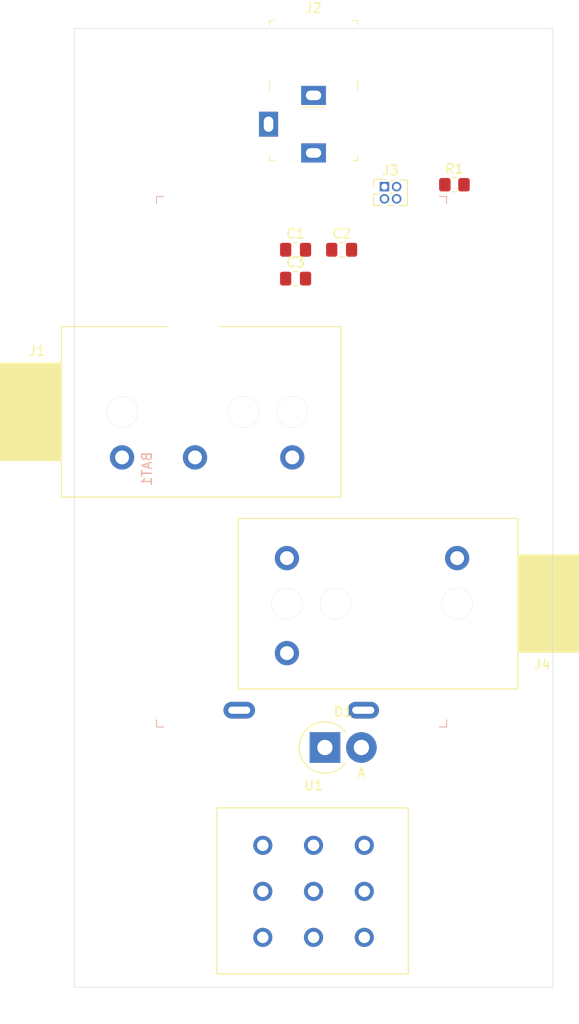
<source format=kicad_pcb>
(kicad_pcb (version 20171130) (host pcbnew 5.1.9)

  (general
    (thickness 1.6)
    (drawings 4)
    (tracks 0)
    (zones 0)
    (modules 11)
    (nets 11)
  )

  (page A4)
  (layers
    (0 F.Cu signal)
    (31 B.Cu signal)
    (32 B.Adhes user)
    (33 F.Adhes user)
    (34 B.Paste user)
    (35 F.Paste user)
    (36 B.SilkS user)
    (37 F.SilkS user)
    (38 B.Mask user)
    (39 F.Mask user)
    (40 Dwgs.User user)
    (41 Cmts.User user)
    (42 Eco1.User user)
    (43 Eco2.User user)
    (44 Edge.Cuts user)
    (45 Margin user)
    (46 B.CrtYd user)
    (47 F.CrtYd user)
    (48 B.Fab user)
    (49 F.Fab user)
  )

  (setup
    (last_trace_width 0.25)
    (trace_clearance 0.2)
    (zone_clearance 0.508)
    (zone_45_only no)
    (trace_min 0.2)
    (via_size 0.8)
    (via_drill 0.4)
    (via_min_size 0.4)
    (via_min_drill 0.3)
    (uvia_size 0.3)
    (uvia_drill 0.1)
    (uvias_allowed no)
    (uvia_min_size 0.2)
    (uvia_min_drill 0.1)
    (edge_width 0.05)
    (segment_width 0.2)
    (pcb_text_width 0.3)
    (pcb_text_size 1.5 1.5)
    (mod_edge_width 0.12)
    (mod_text_size 1 1)
    (mod_text_width 0.15)
    (pad_size 1.524 1.524)
    (pad_drill 0.762)
    (pad_to_mask_clearance 0)
    (aux_axis_origin 0 0)
    (visible_elements FFFFFF7F)
    (pcbplotparams
      (layerselection 0x010fc_ffffffff)
      (usegerberextensions false)
      (usegerberattributes true)
      (usegerberadvancedattributes true)
      (creategerberjobfile true)
      (excludeedgelayer true)
      (linewidth 0.100000)
      (plotframeref false)
      (viasonmask false)
      (mode 1)
      (useauxorigin false)
      (hpglpennumber 1)
      (hpglpenspeed 20)
      (hpglpendiameter 15.000000)
      (psnegative false)
      (psa4output false)
      (plotreference true)
      (plotvalue true)
      (plotinvisibletext false)
      (padsonsilk false)
      (subtractmaskfromsilk false)
      (outputformat 1)
      (mirror false)
      (drillshape 1)
      (scaleselection 1)
      (outputdirectory ""))
  )

  (net 0 "")
  (net 1 GND)
  (net 2 +9V)
  (net 3 "Net-(D1-Pad2)")
  (net 4 "Net-(D1-Pad1)")
  (net 5 /SIG_IN)
  (net 6 "Net-(U1-Pad3)")
  (net 7 "Net-(BAT1-PadPOS)")
  (net 8 "Net-(BAT1-PadNEG)")
  (net 9 /EFFECT_OUT)
  (net 10 /SIG_OUT)

  (net_class Default "This is the default net class."
    (clearance 0.2)
    (trace_width 0.25)
    (via_dia 0.8)
    (via_drill 0.4)
    (uvia_dia 0.3)
    (uvia_drill 0.1)
    (add_net +9V)
    (add_net /EFFECT_OUT)
    (add_net /SIG_IN)
    (add_net /SIG_OUT)
    (add_net GND)
    (add_net "Net-(BAT1-PadNEG)")
    (add_net "Net-(BAT1-PadPOS)")
    (add_net "Net-(D1-Pad1)")
    (add_net "Net-(D1-Pad2)")
    (add_net "Net-(U1-Pad3)")
  )

  (module screaming-panda:SW_PUSH_E-Switch_FS57003PLT_3PDT (layer F.Cu) (tedit 600A5989) (tstamp 600AD551)
    (at 75 140)
    (path /60050042)
    (fp_text reference U1 (at 0 -11.049) (layer F.SilkS)
      (effects (font (size 1 1) (thickness 0.15)))
    )
    (fp_text value FS57003PLT2B2M2QE (at 0.5 13) (layer F.Fab)
      (effects (font (size 1 1) (thickness 0.15)))
    )
    (fp_line (start 9.9 -8.7) (end -10.1 -8.7) (layer F.SilkS) (width 0.12))
    (fp_line (start -10.1 -8.7) (end -10.1 8.6) (layer F.SilkS) (width 0.12))
    (fp_line (start 9.9 8.6) (end 9.9 -8.7) (layer F.SilkS) (width 0.12))
    (fp_line (start 9.9 8.6) (end -10.1 8.6) (layer F.SilkS) (width 0.12))
    (pad 7 thru_hole circle (at 5.3 4.8) (size 2 2) (drill 1.2) (layers *.Cu *.Mask)
      (net 9 /EFFECT_OUT))
    (pad 9 thru_hole circle (at 5.3 -4.8) (size 2 2) (drill 1.2) (layers *.Cu *.Mask)
      (net 5 /SIG_IN))
    (pad 8 thru_hole circle (at 5.3 0) (size 2 2) (drill 1.2) (layers *.Cu *.Mask)
      (net 10 /SIG_OUT))
    (pad 1 thru_hole circle (at -5.3 4.8) (size 2 2) (drill 1.2) (layers *.Cu *.Mask)
      (net 4 "Net-(D1-Pad1)"))
    (pad 3 thru_hole circle (at -5.3 -4.8) (size 2 2) (drill 1.2) (layers *.Cu *.Mask)
      (net 6 "Net-(U1-Pad3)"))
    (pad 2 thru_hole circle (at -5.3 0) (size 2 2) (drill 1.2) (layers *.Cu *.Mask)
      (net 1 GND))
    (pad 4 thru_hole circle (at 0 4.8006) (size 2 2) (drill 1.1938) (layers *.Cu *.Mask)
      (net 5 /SIG_IN))
    (pad 5 thru_hole circle (at 0 0) (size 2 2) (drill 1.1938) (layers *.Cu *.Mask)
      (net 5 /SIG_IN))
    (pad 6 thru_hole circle (at 0 -4.8006) (size 2 2) (drill 1.2) (layers *.Cu *.Mask)
      (net 6 "Net-(U1-Pad3)"))
    (model /home/john/dox/cad/screaming-panda/mcad/step_imports/FS57003PLT2B2M2QE.step
      (at (xyz 0 0 0))
      (scale (xyz 1 1 1))
      (rotate (xyz 0 0 0))
    )
  )

  (module Resistor_SMD:R_0805_2012Metric_Pad1.20x1.40mm_HandSolder (layer F.Cu) (tedit 5F68FEEE) (tstamp 600ACE2D)
    (at 89.715 66.315)
    (descr "Resistor SMD 0805 (2012 Metric), square (rectangular) end terminal, IPC_7351 nominal with elongated pad for handsoldering. (Body size source: IPC-SM-782 page 72, https://www.pcb-3d.com/wordpress/wp-content/uploads/ipc-sm-782a_amendment_1_and_2.pdf), generated with kicad-footprint-generator")
    (tags "resistor handsolder")
    (path /60060421)
    (attr smd)
    (fp_text reference R1 (at 0 -1.65) (layer F.SilkS)
      (effects (font (size 1 1) (thickness 0.15)))
    )
    (fp_text value 1k (at 0 1.65) (layer F.Fab)
      (effects (font (size 1 1) (thickness 0.15)))
    )
    (fp_text user %R (at 0 0) (layer F.Fab)
      (effects (font (size 0.5 0.5) (thickness 0.08)))
    )
    (fp_line (start -1 0.625) (end -1 -0.625) (layer F.Fab) (width 0.1))
    (fp_line (start -1 -0.625) (end 1 -0.625) (layer F.Fab) (width 0.1))
    (fp_line (start 1 -0.625) (end 1 0.625) (layer F.Fab) (width 0.1))
    (fp_line (start 1 0.625) (end -1 0.625) (layer F.Fab) (width 0.1))
    (fp_line (start -0.227064 -0.735) (end 0.227064 -0.735) (layer F.SilkS) (width 0.12))
    (fp_line (start -0.227064 0.735) (end 0.227064 0.735) (layer F.SilkS) (width 0.12))
    (fp_line (start -1.85 0.95) (end -1.85 -0.95) (layer F.CrtYd) (width 0.05))
    (fp_line (start -1.85 -0.95) (end 1.85 -0.95) (layer F.CrtYd) (width 0.05))
    (fp_line (start 1.85 -0.95) (end 1.85 0.95) (layer F.CrtYd) (width 0.05))
    (fp_line (start 1.85 0.95) (end -1.85 0.95) (layer F.CrtYd) (width 0.05))
    (pad 2 smd roundrect (at 1 0) (size 1.2 1.4) (layers F.Cu F.Paste F.Mask) (roundrect_rratio 0.208333)
      (net 3 "Net-(D1-Pad2)"))
    (pad 1 smd roundrect (at -1 0) (size 1.2 1.4) (layers F.Cu F.Paste F.Mask) (roundrect_rratio 0.208333)
      (net 2 +9V))
    (model ${KISYS3DMOD}/Resistor_SMD.3dshapes/R_0805_2012Metric.wrl
      (at (xyz 0 0 0))
      (scale (xyz 1 1 1))
      (rotate (xyz 0 0 0))
    )
  )

  (module screaming-panda:Switchcraft_SN37A12A (layer F.Cu) (tedit 600A4FE5) (tstamp 600AD051)
    (at 90 110)
    (descr "1/4\" Audio Jack")
    (path /600C0EC5)
    (fp_text reference J4 (at 8.89 6.35) (layer F.SilkS)
      (effects (font (size 1 1) (thickness 0.15)))
    )
    (fp_text value SN37A12A (at -2.54 7.62) (layer F.Fab)
      (effects (font (size 1 1) (thickness 0.15)))
    )
    (fp_poly (pts (xy 12.7 5.08) (xy 6.35 5.08) (xy 6.35 -5.08) (xy 12.7 -5.08)) (layer F.SilkS) (width 0.1))
    (fp_line (start -22.86 -8.89) (end -22.86 -7.62) (layer F.SilkS) (width 0.12))
    (fp_line (start 6.35 -8.89) (end 6.35 -7.62) (layer F.SilkS) (width 0.12))
    (fp_line (start -22.86 8.89) (end -21.59 8.89) (layer F.SilkS) (width 0.12))
    (fp_line (start -22.86 -7.62) (end -22.86 8.89) (layer F.SilkS) (width 0.12))
    (fp_line (start -21.59 -8.89) (end -22.86 -8.89) (layer F.SilkS) (width 0.12))
    (fp_line (start -21.59 8.89) (end 6.35 8.89) (layer F.SilkS) (width 0.12))
    (fp_line (start 6.35 -8.89) (end -21.59 -8.89) (layer F.SilkS) (width 0.12))
    (fp_line (start 6.35 -7.62) (end 6.35 8.89) (layer F.SilkS) (width 0.12))
    (pad "" thru_hole circle (at 0 0) (size 3.2512 3.2512) (drill 3.2512) (layers *.Cu *.Mask))
    (pad "" thru_hole circle (at -12.7 0) (size 3.2512 3.2512) (drill 3.2512) (layers *.Cu *.Mask))
    (pad "" thru_hole circle (at -17.78 0) (size 3.2512 3.2512) (drill 3.2512) (layers *.Cu *.Mask))
    (pad S thru_hole circle (at 0 -4.7498) (size 2.54 2.54) (drill 1.4478) (layers *.Cu *.Mask)
      (net 1 GND))
    (pad T thru_hole circle (at -17.78 -4.7498) (size 2.54 2.54) (drill 1.4478) (layers *.Cu *.Mask)
      (net 10 /SIG_OUT))
    (pad TB thru_hole circle (at -17.78 5.1562) (size 2.54 2.54) (drill 1.4478) (layers *.Cu *.Mask)
      (net 1 GND))
    (model /home/john/dox/cad/screaming-panda/mcad/step_imports/SN37A12A_FreeState.step
      (offset (xyz 5.2832 0 8.890000000000001))
      (scale (xyz 1 1 1))
      (rotate (xyz -90 0 0))
    )
  )

  (module Connector_PinHeader_1.27mm:PinHeader_2x02_P1.27mm_Vertical (layer F.Cu) (tedit 59FED6E3) (tstamp 600AD253)
    (at 82.405 66.515)
    (descr "Through hole straight pin header, 2x02, 1.27mm pitch, double rows")
    (tags "Through hole pin header THT 2x02 1.27mm double row")
    (path /6005B68B)
    (fp_text reference J3 (at 0.635 -1.695) (layer F.SilkS)
      (effects (font (size 1 1) (thickness 0.15)))
    )
    (fp_text value toEffectsBoard (at 0.635 2.965) (layer F.Fab)
      (effects (font (size 1 1) (thickness 0.15)))
    )
    (fp_text user %R (at 0.635 0.635 90) (layer F.Fab)
      (effects (font (size 1 1) (thickness 0.15)))
    )
    (fp_line (start -0.2175 -0.635) (end 2.34 -0.635) (layer F.Fab) (width 0.1))
    (fp_line (start 2.34 -0.635) (end 2.34 1.905) (layer F.Fab) (width 0.1))
    (fp_line (start 2.34 1.905) (end -1.07 1.905) (layer F.Fab) (width 0.1))
    (fp_line (start -1.07 1.905) (end -1.07 0.2175) (layer F.Fab) (width 0.1))
    (fp_line (start -1.07 0.2175) (end -0.2175 -0.635) (layer F.Fab) (width 0.1))
    (fp_line (start -1.13 1.965) (end -0.30753 1.965) (layer F.SilkS) (width 0.12))
    (fp_line (start 1.57753 1.965) (end 2.4 1.965) (layer F.SilkS) (width 0.12))
    (fp_line (start 0.30753 1.965) (end 0.96247 1.965) (layer F.SilkS) (width 0.12))
    (fp_line (start -1.13 0.76) (end -1.13 1.965) (layer F.SilkS) (width 0.12))
    (fp_line (start 2.4 -0.695) (end 2.4 1.965) (layer F.SilkS) (width 0.12))
    (fp_line (start -1.13 0.76) (end -0.563471 0.76) (layer F.SilkS) (width 0.12))
    (fp_line (start 0.563471 0.76) (end 0.706529 0.76) (layer F.SilkS) (width 0.12))
    (fp_line (start 0.76 0.706529) (end 0.76 0.563471) (layer F.SilkS) (width 0.12))
    (fp_line (start 0.76 -0.563471) (end 0.76 -0.695) (layer F.SilkS) (width 0.12))
    (fp_line (start 0.76 -0.695) (end 0.96247 -0.695) (layer F.SilkS) (width 0.12))
    (fp_line (start 1.57753 -0.695) (end 2.4 -0.695) (layer F.SilkS) (width 0.12))
    (fp_line (start -1.13 0) (end -1.13 -0.76) (layer F.SilkS) (width 0.12))
    (fp_line (start -1.13 -0.76) (end 0 -0.76) (layer F.SilkS) (width 0.12))
    (fp_line (start -1.6 -1.15) (end -1.6 2.45) (layer F.CrtYd) (width 0.05))
    (fp_line (start -1.6 2.45) (end 2.85 2.45) (layer F.CrtYd) (width 0.05))
    (fp_line (start 2.85 2.45) (end 2.85 -1.15) (layer F.CrtYd) (width 0.05))
    (fp_line (start 2.85 -1.15) (end -1.6 -1.15) (layer F.CrtYd) (width 0.05))
    (pad 4 thru_hole oval (at 1.27 1.27) (size 1 1) (drill 0.65) (layers *.Cu *.Mask)
      (net 9 /EFFECT_OUT))
    (pad 3 thru_hole oval (at 0 1.27) (size 1 1) (drill 0.65) (layers *.Cu *.Mask)
      (net 1 GND))
    (pad 2 thru_hole oval (at 1.27 0) (size 1 1) (drill 0.65) (layers *.Cu *.Mask)
      (net 5 /SIG_IN))
    (pad 1 thru_hole rect (at 0 0) (size 1 1) (drill 0.65) (layers *.Cu *.Mask)
      (net 2 +9V))
    (model ${KISYS3DMOD}/Connector_PinHeader_1.27mm.3dshapes/PinHeader_2x02_P1.27mm_Vertical.wrl
      (at (xyz 0 0 0))
      (scale (xyz 1 1 1))
      (rotate (xyz 0 0 0))
    )
  )

  (module DigiKey:Barrel_Jack_5.5mmODx2.1mmID_PJ-102A (layer F.Cu) (tedit 5CAD146F) (tstamp 600ACDEA)
    (at 75 60)
    (path /6004D058)
    (fp_text reference J2 (at 0 -12.1) (layer F.SilkS)
      (effects (font (size 1 1) (thickness 0.15)))
    )
    (fp_text value PJ-102A (at 0 5.8) (layer F.Fab)
      (effects (font (size 1 1) (thickness 0.15)))
    )
    (fp_line (start -5.9 4.25) (end 4.8 4.25) (layer F.CrtYd) (width 0.05))
    (fp_line (start 4.8 -10.95) (end 4.8 4.25) (layer F.CrtYd) (width 0.05))
    (fp_line (start -5.9 -10.95) (end -5.9 4.25) (layer F.CrtYd) (width 0.05))
    (fp_line (start -5.9 -10.95) (end 4.8 -10.95) (layer F.CrtYd) (width 0.05))
    (fp_line (start 4.6 -3.5) (end 4.6 -4.5) (layer F.SilkS) (width 0.1))
    (fp_line (start -4.6 -3.5) (end -4.6 -4.5) (layer F.SilkS) (width 0.1))
    (fp_line (start 4.6 -10.8) (end 4.6 -10.3) (layer F.SilkS) (width 0.1))
    (fp_line (start 4.6 -10.8) (end 4.1 -10.8) (layer F.SilkS) (width 0.1))
    (fp_line (start -4.6 -10.8) (end -4.1 -10.8) (layer F.SilkS) (width 0.1))
    (fp_line (start -4.6 -10.8) (end -4.6 -10.3) (layer F.SilkS) (width 0.1))
    (fp_line (start -1.2 -1.8) (end 1.2 -1.8) (layer F.SilkS) (width 0.1))
    (fp_line (start -4.6 3.8) (end -4.6 3.3) (layer F.SilkS) (width 0.1))
    (fp_line (start -4.6 3.8) (end -4.1 3.8) (layer F.SilkS) (width 0.1))
    (fp_line (start 4.6 3.8) (end 4.6 3.3) (layer F.SilkS) (width 0.1))
    (fp_line (start 4.6 3.8) (end 4.1 3.8) (layer F.SilkS) (width 0.1))
    (fp_line (start -4.5 -10.7) (end 4.5 -10.7) (layer F.Fab) (width 0.1))
    (fp_line (start 4.5 3.7) (end 4.5 -10.7) (layer F.Fab) (width 0.1))
    (fp_line (start -4.5 3.7) (end -4.5 -10.7) (layer F.Fab) (width 0.1))
    (fp_line (start -4.5 3.7) (end 4.5 3.7) (layer F.Fab) (width 0.1))
    (pad 2 thru_hole rect (at 0 -3) (size 2.6 2) (drill oval 1.6 1) (layers *.Cu *.Mask)
      (net 2 +9V))
    (pad 1 thru_hole rect (at 0 3) (size 2.6 2) (drill oval 1.6 1) (layers *.Cu *.Mask)
      (net 1 GND))
    (pad 3 thru_hole rect (at -4.7 0) (size 2 2.6) (drill oval 1 1.6) (layers *.Cu *.Mask)
      (net 7 "Net-(BAT1-PadPOS)"))
  )

  (module screaming-panda:Switchcraft_SN37A12B (layer F.Cu) (tedit 600A5C40) (tstamp 600ACDD0)
    (at 55 90 180)
    (descr "1/4\" Audio Jack")
    (path /600A9C33)
    (fp_text reference J1 (at 8.89 6.35 180) (layer F.SilkS)
      (effects (font (size 1 1) (thickness 0.15)))
    )
    (fp_text value SN37A12B (at -2.54 7.62) (layer F.Fab)
      (effects (font (size 1 1) (thickness 0.15)))
    )
    (fp_poly (pts (xy 12.7 5.08) (xy 6.35 5.08) (xy 6.35 -5.08) (xy 12.7 -5.08)) (layer F.SilkS) (width 0.1))
    (fp_line (start -22.86 -8.89) (end -22.86 -7.62) (layer F.SilkS) (width 0.12))
    (fp_line (start 6.35 -8.89) (end 6.35 -7.62) (layer F.SilkS) (width 0.12))
    (fp_line (start -22.86 8.89) (end -21.59 8.89) (layer F.SilkS) (width 0.12))
    (fp_line (start -22.86 -7.62) (end -22.86 8.89) (layer F.SilkS) (width 0.12))
    (fp_line (start -21.59 -8.89) (end -22.86 -8.89) (layer F.SilkS) (width 0.12))
    (fp_line (start -21.59 8.89) (end 6.35 8.89) (layer F.SilkS) (width 0.12))
    (fp_line (start 6.35 -8.89) (end -21.59 -8.89) (layer F.SilkS) (width 0.12))
    (fp_line (start 6.35 -7.62) (end 6.35 8.89) (layer F.SilkS) (width 0.12))
    (pad "" thru_hole circle (at 0 0 180) (size 3.2512 3.2512) (drill 3.2512) (layers *.Cu *.Mask))
    (pad "" thru_hole circle (at -12.7 0 180) (size 3.2512 3.2512) (drill 3.2512) (layers *.Cu *.Mask))
    (pad "" thru_hole circle (at -17.78 0 180) (size 3.2512 3.2512) (drill 3.2512) (layers *.Cu *.Mask))
    (pad S thru_hole circle (at 0 -4.7498 180) (size 2.54 2.54) (drill 1.4478) (layers *.Cu *.Mask)
      (net 1 GND))
    (pad T thru_hole circle (at -17.78 -4.7498 180) (size 2.54 2.54) (drill 1.4478) (layers *.Cu *.Mask)
      (net 5 /SIG_IN))
    (pad R thru_hole circle (at -7.62 -4.7498 180) (size 2.54 2.54) (drill 1.4478) (layers *.Cu *.Mask)
      (net 8 "Net-(BAT1-PadNEG)"))
    (model /home/john/dox/cad/screaming-panda/mcad/step_imports/SN37A12B_FreeState.step
      (offset (xyz 5.2832 0 8.890000000000001))
      (scale (xyz 1 1 1))
      (rotate (xyz -90 0 0))
    )
  )

  (module Diode_THT:D_DO-201AD_P3.81mm_Vertical_AnodeUp (layer F.Cu) (tedit 5B526DD5) (tstamp 600AD478)
    (at 76.19 125)
    (descr "Diode, DO-201AD series, Axial, Vertical, pin pitch=3.81mm, , length*diameter=9.5*5.2mm^2, , http://www.diodes.com/_files/packages/DO-201AD.pdf")
    (tags "Diode DO-201AD series Axial Vertical pin pitch 3.81mm  length 9.5mm diameter 5.2mm")
    (path /6005DA24)
    (fp_text reference D1 (at 1.905 -3.72) (layer F.SilkS)
      (effects (font (size 1 1) (thickness 0.15)))
    )
    (fp_text value LED (at 1.905 5.0535) (layer F.Fab)
      (effects (font (size 1 1) (thickness 0.15)))
    )
    (fp_text user A (at 3.81 2.6) (layer F.SilkS)
      (effects (font (size 1 1) (thickness 0.15)))
    )
    (fp_text user A (at 3.81 2.6) (layer F.Fab)
      (effects (font (size 1 1) (thickness 0.15)))
    )
    (fp_text user %R (at 1.905 -3.72) (layer F.Fab)
      (effects (font (size 1 1) (thickness 0.15)))
    )
    (fp_arc (start 0 0) (end 2.154716 -1.6) (angle -284.776236) (layer F.SilkS) (width 0.12))
    (fp_circle (center 0 0) (end 2.6 0) (layer F.Fab) (width 0.1))
    (fp_line (start 0 0) (end 3.81 0) (layer F.Fab) (width 0.1))
    (fp_line (start -2.85 -2.85) (end -2.85 2.85) (layer F.CrtYd) (width 0.05))
    (fp_line (start -2.85 2.85) (end 5.66 2.85) (layer F.CrtYd) (width 0.05))
    (fp_line (start 5.66 2.85) (end 5.66 -2.85) (layer F.CrtYd) (width 0.05))
    (fp_line (start 5.66 -2.85) (end -2.85 -2.85) (layer F.CrtYd) (width 0.05))
    (pad 2 thru_hole oval (at 3.81 0) (size 3.2 3.2) (drill 1.6) (layers *.Cu *.Mask)
      (net 3 "Net-(D1-Pad2)"))
    (pad 1 thru_hole rect (at 0 0) (size 3.2 3.2) (drill 1.6) (layers *.Cu *.Mask)
      (net 4 "Net-(D1-Pad1)"))
    (model ${KISYS3DMOD}/Diode_THT.3dshapes/D_DO-201AD_P3.81mm_Vertical_AnodeUp.wrl
      (at (xyz 0 0 0))
      (scale (xyz 1 1 1))
      (rotate (xyz 0 0 0))
    )
  )

  (module Capacitor_SMD:C_0805_2012Metric_Pad1.18x1.45mm_HandSolder (layer F.Cu) (tedit 5F68FEEF) (tstamp 600ACDAD)
    (at 73.125 76.105)
    (descr "Capacitor SMD 0805 (2012 Metric), square (rectangular) end terminal, IPC_7351 nominal with elongated pad for handsoldering. (Body size source: IPC-SM-782 page 76, https://www.pcb-3d.com/wordpress/wp-content/uploads/ipc-sm-782a_amendment_1_and_2.pdf, https://docs.google.com/spreadsheets/d/1BsfQQcO9C6DZCsRaXUlFlo91Tg2WpOkGARC1WS5S8t0/edit?usp=sharing), generated with kicad-footprint-generator")
    (tags "capacitor handsolder")
    (path /6007DEEA)
    (attr smd)
    (fp_text reference C3 (at 0 -1.68) (layer F.SilkS)
      (effects (font (size 1 1) (thickness 0.15)))
    )
    (fp_text value 10n (at 0 1.68) (layer F.Fab)
      (effects (font (size 1 1) (thickness 0.15)))
    )
    (fp_text user %R (at 0 0) (layer F.Fab)
      (effects (font (size 0.5 0.5) (thickness 0.08)))
    )
    (fp_line (start -1 0.625) (end -1 -0.625) (layer F.Fab) (width 0.1))
    (fp_line (start -1 -0.625) (end 1 -0.625) (layer F.Fab) (width 0.1))
    (fp_line (start 1 -0.625) (end 1 0.625) (layer F.Fab) (width 0.1))
    (fp_line (start 1 0.625) (end -1 0.625) (layer F.Fab) (width 0.1))
    (fp_line (start -0.261252 -0.735) (end 0.261252 -0.735) (layer F.SilkS) (width 0.12))
    (fp_line (start -0.261252 0.735) (end 0.261252 0.735) (layer F.SilkS) (width 0.12))
    (fp_line (start -1.88 0.98) (end -1.88 -0.98) (layer F.CrtYd) (width 0.05))
    (fp_line (start -1.88 -0.98) (end 1.88 -0.98) (layer F.CrtYd) (width 0.05))
    (fp_line (start 1.88 -0.98) (end 1.88 0.98) (layer F.CrtYd) (width 0.05))
    (fp_line (start 1.88 0.98) (end -1.88 0.98) (layer F.CrtYd) (width 0.05))
    (pad 2 smd roundrect (at 1.0375 0) (size 1.175 1.45) (layers F.Cu F.Paste F.Mask) (roundrect_rratio 0.212766)
      (net 1 GND))
    (pad 1 smd roundrect (at -1.0375 0) (size 1.175 1.45) (layers F.Cu F.Paste F.Mask) (roundrect_rratio 0.212766)
      (net 2 +9V))
    (model ${KISYS3DMOD}/Capacitor_SMD.3dshapes/C_0805_2012Metric.wrl
      (at (xyz 0 0 0))
      (scale (xyz 1 1 1))
      (rotate (xyz 0 0 0))
    )
  )

  (module Capacitor_SMD:C_0805_2012Metric_Pad1.18x1.45mm_HandSolder (layer F.Cu) (tedit 5F68FEEF) (tstamp 600ACD9C)
    (at 77.935 73.095)
    (descr "Capacitor SMD 0805 (2012 Metric), square (rectangular) end terminal, IPC_7351 nominal with elongated pad for handsoldering. (Body size source: IPC-SM-782 page 76, https://www.pcb-3d.com/wordpress/wp-content/uploads/ipc-sm-782a_amendment_1_and_2.pdf, https://docs.google.com/spreadsheets/d/1BsfQQcO9C6DZCsRaXUlFlo91Tg2WpOkGARC1WS5S8t0/edit?usp=sharing), generated with kicad-footprint-generator")
    (tags "capacitor handsolder")
    (path /6007D7B6)
    (attr smd)
    (fp_text reference C2 (at 0 -1.68) (layer F.SilkS)
      (effects (font (size 1 1) (thickness 0.15)))
    )
    (fp_text value 1u (at 0 1.68) (layer F.Fab)
      (effects (font (size 1 1) (thickness 0.15)))
    )
    (fp_text user %R (at 0 0) (layer F.Fab)
      (effects (font (size 0.5 0.5) (thickness 0.08)))
    )
    (fp_line (start -1 0.625) (end -1 -0.625) (layer F.Fab) (width 0.1))
    (fp_line (start -1 -0.625) (end 1 -0.625) (layer F.Fab) (width 0.1))
    (fp_line (start 1 -0.625) (end 1 0.625) (layer F.Fab) (width 0.1))
    (fp_line (start 1 0.625) (end -1 0.625) (layer F.Fab) (width 0.1))
    (fp_line (start -0.261252 -0.735) (end 0.261252 -0.735) (layer F.SilkS) (width 0.12))
    (fp_line (start -0.261252 0.735) (end 0.261252 0.735) (layer F.SilkS) (width 0.12))
    (fp_line (start -1.88 0.98) (end -1.88 -0.98) (layer F.CrtYd) (width 0.05))
    (fp_line (start -1.88 -0.98) (end 1.88 -0.98) (layer F.CrtYd) (width 0.05))
    (fp_line (start 1.88 -0.98) (end 1.88 0.98) (layer F.CrtYd) (width 0.05))
    (fp_line (start 1.88 0.98) (end -1.88 0.98) (layer F.CrtYd) (width 0.05))
    (pad 2 smd roundrect (at 1.0375 0) (size 1.175 1.45) (layers F.Cu F.Paste F.Mask) (roundrect_rratio 0.212766)
      (net 1 GND))
    (pad 1 smd roundrect (at -1.0375 0) (size 1.175 1.45) (layers F.Cu F.Paste F.Mask) (roundrect_rratio 0.212766)
      (net 2 +9V))
    (model ${KISYS3DMOD}/Capacitor_SMD.3dshapes/C_0805_2012Metric.wrl
      (at (xyz 0 0 0))
      (scale (xyz 1 1 1))
      (rotate (xyz 0 0 0))
    )
  )

  (module Capacitor_SMD:C_0805_2012Metric_Pad1.18x1.45mm_HandSolder (layer F.Cu) (tedit 5F68FEEF) (tstamp 600ACD8B)
    (at 73.125 73.095)
    (descr "Capacitor SMD 0805 (2012 Metric), square (rectangular) end terminal, IPC_7351 nominal with elongated pad for handsoldering. (Body size source: IPC-SM-782 page 76, https://www.pcb-3d.com/wordpress/wp-content/uploads/ipc-sm-782a_amendment_1_and_2.pdf, https://docs.google.com/spreadsheets/d/1BsfQQcO9C6DZCsRaXUlFlo91Tg2WpOkGARC1WS5S8t0/edit?usp=sharing), generated with kicad-footprint-generator")
    (tags "capacitor handsolder")
    (path /6007C41E)
    (attr smd)
    (fp_text reference C1 (at 0 -1.68) (layer F.SilkS)
      (effects (font (size 1 1) (thickness 0.15)))
    )
    (fp_text value 100u (at 0 1.68) (layer F.Fab)
      (effects (font (size 1 1) (thickness 0.15)))
    )
    (fp_text user %R (at 0 0) (layer F.Fab)
      (effects (font (size 0.5 0.5) (thickness 0.08)))
    )
    (fp_line (start -1 0.625) (end -1 -0.625) (layer F.Fab) (width 0.1))
    (fp_line (start -1 -0.625) (end 1 -0.625) (layer F.Fab) (width 0.1))
    (fp_line (start 1 -0.625) (end 1 0.625) (layer F.Fab) (width 0.1))
    (fp_line (start 1 0.625) (end -1 0.625) (layer F.Fab) (width 0.1))
    (fp_line (start -0.261252 -0.735) (end 0.261252 -0.735) (layer F.SilkS) (width 0.12))
    (fp_line (start -0.261252 0.735) (end 0.261252 0.735) (layer F.SilkS) (width 0.12))
    (fp_line (start -1.88 0.98) (end -1.88 -0.98) (layer F.CrtYd) (width 0.05))
    (fp_line (start -1.88 -0.98) (end 1.88 -0.98) (layer F.CrtYd) (width 0.05))
    (fp_line (start 1.88 -0.98) (end 1.88 0.98) (layer F.CrtYd) (width 0.05))
    (fp_line (start 1.88 0.98) (end -1.88 0.98) (layer F.CrtYd) (width 0.05))
    (pad 2 smd roundrect (at 1.0375 0) (size 1.175 1.45) (layers F.Cu F.Paste F.Mask) (roundrect_rratio 0.212766)
      (net 1 GND))
    (pad 1 smd roundrect (at -1.0375 0) (size 1.175 1.45) (layers F.Cu F.Paste F.Mask) (roundrect_rratio 0.212766)
      (net 2 +9V))
    (model ${KISYS3DMOD}/Capacitor_SMD.3dshapes/C_0805_2012Metric.wrl
      (at (xyz 0 0 0))
      (scale (xyz 1 1 1))
      (rotate (xyz 0 0 0))
    )
  )

  (module DigiKey:Battery_Holder_9V_BC9VPC-ND (layer B.Cu) (tedit 5BB7D06D) (tstamp 600ACD7A)
    (at 62.5 108.49 270)
    (descr http://www.memoryprotectiondevices.com/datasheets/BC9VPC-datasheet.pdf)
    (path /6004EA9B)
    (fp_text reference BAT1 (at -12.54 4.91 270) (layer B.SilkS)
      (effects (font (size 1 1) (thickness 0.15)) (justify mirror))
    )
    (fp_text value BC9VPC (at -12.01 -27.63 270) (layer B.Fab)
      (effects (font (size 1 1) (thickness 0.15)) (justify mirror))
    )
    (fp_text user %R (at -11.82 -10.95 270) (layer B.Fab)
      (effects (font (size 1 1) (thickness 0.15)) (justify mirror))
    )
    (fp_line (start -41.1 -26.55) (end 14.52 -26.55) (layer B.CrtYd) (width 0.1))
    (fp_line (start -41.1 4.07) (end -41.1 -26.55) (layer B.CrtYd) (width 0.1))
    (fp_line (start -41.1 4.07) (end 14.52 4.07) (layer B.CrtYd) (width 0.1))
    (fp_line (start 14.52 4.07) (end 14.52 -26.55) (layer B.CrtYd) (width 0.1))
    (fp_line (start 14.37 -25.65) (end 14.37 -26.4) (layer B.SilkS) (width 0.1))
    (fp_line (start -40.95 -25.65) (end -40.95 -26.4) (layer B.SilkS) (width 0.1))
    (fp_line (start 14.37 -26.4) (end 13.62 -26.4) (layer B.SilkS) (width 0.1))
    (fp_line (start -40.2 -26.4) (end -40.95 -26.4) (layer B.SilkS) (width 0.1))
    (fp_line (start -40.2 3.9) (end -40.95 3.9) (layer B.SilkS) (width 0.1))
    (fp_line (start -40.95 3.9) (end -40.95 3.15) (layer B.SilkS) (width 0.1))
    (fp_line (start 14.37 3.9) (end 14.37 3.15) (layer B.SilkS) (width 0.1))
    (fp_line (start 14.37 3.9) (end 13.62 3.9) (layer B.SilkS) (width 0.1))
    (fp_line (start -40.85 3.8) (end -40.85 -26.3) (layer B.Fab) (width 0.1))
    (fp_line (start 14.27 3.8) (end 14.27 -26.3) (layer B.Fab) (width 0.1))
    (fp_line (start -40.85 3.8) (end 14.27 3.8) (layer B.Fab) (width 0.1))
    (fp_line (start -40.85 -26.3) (end 14.27 -26.3) (layer B.Fab) (width 0.1))
    (pad POS thru_hole oval (at 12.62 -4.74 270) (size 1.75 3.3) (drill oval 0.75 2.3) (layers *.Cu *.Mask)
      (net 7 "Net-(BAT1-PadPOS)"))
    (pad "" np_thru_hole circle (at -26.87 0 270) (size 5.57 5.57) (drill 5.57) (layers *.Cu *.Mask))
    (pad "" np_thru_hole circle (at 0 0 270) (size 5.57 5.57) (drill 5.57) (layers *.Cu *.Mask))
    (pad "" np_thru_hole circle (at -13.49 -22.5 270) (size 5.57 5.57) (drill 5.57) (layers *.Cu *.Mask))
    (pad NEG thru_hole oval (at 12.62 -17.69 270) (size 1.75 3.3) (drill oval 0.75 2.3) (layers *.Cu *.Mask)
      (net 8 "Net-(BAT1-PadNEG)"))
  )

  (gr_line (start 100 150) (end 50 150) (layer Edge.Cuts) (width 0.05) (tstamp 600AD09B))
  (gr_line (start 100 50) (end 100 150) (layer Edge.Cuts) (width 0.05))
  (gr_line (start 50 50) (end 100 50) (layer Edge.Cuts) (width 0.05))
  (gr_line (start 50 150) (end 50 50) (layer Edge.Cuts) (width 0.05))

)

</source>
